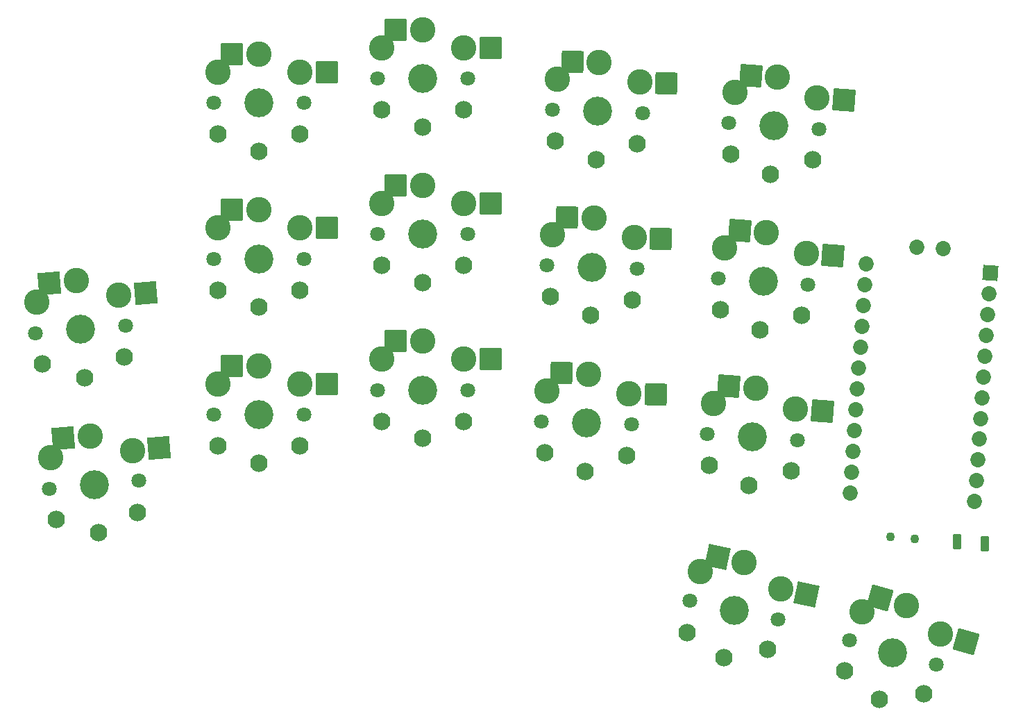
<source format=gbr>
%TF.GenerationSoftware,KiCad,Pcbnew,(6.0.2)*%
%TF.CreationDate,2022-03-13T23:04:35-07:00*%
%TF.ProjectId,polished,706f6c69-7368-4656-942e-6b696361645f,v1.0.0*%
%TF.SameCoordinates,Original*%
%TF.FileFunction,Soldermask,Bot*%
%TF.FilePolarity,Negative*%
%FSLAX46Y46*%
G04 Gerber Fmt 4.6, Leading zero omitted, Abs format (unit mm)*
G04 Created by KiCad (PCBNEW (6.0.2)) date 2022-03-13 23:04:35*
%MOMM*%
%LPD*%
G01*
G04 APERTURE LIST*
G04 Aperture macros list*
%AMRoundRect*
0 Rectangle with rounded corners*
0 $1 Rounding radius*
0 $2 $3 $4 $5 $6 $7 $8 $9 X,Y pos of 4 corners*
0 Add a 4 corners polygon primitive as box body*
4,1,4,$2,$3,$4,$5,$6,$7,$8,$9,$2,$3,0*
0 Add four circle primitives for the rounded corners*
1,1,$1+$1,$2,$3*
1,1,$1+$1,$4,$5*
1,1,$1+$1,$6,$7*
1,1,$1+$1,$8,$9*
0 Add four rect primitives between the rounded corners*
20,1,$1+$1,$2,$3,$4,$5,0*
20,1,$1+$1,$4,$5,$6,$7,0*
20,1,$1+$1,$6,$7,$8,$9,0*
20,1,$1+$1,$8,$9,$2,$3,0*%
G04 Aperture macros list end*
%ADD10C,1.100000*%
%ADD11C,1.852600*%
%ADD12C,3.529000*%
%ADD13C,1.801800*%
%ADD14C,2.132000*%
%ADD15C,3.100000*%
%ADD16RoundRect,0.050000X-1.300000X-1.300000X1.300000X-1.300000X1.300000X1.300000X-1.300000X1.300000X0*%
%ADD17RoundRect,0.050000X-0.450000X-0.850000X0.450000X-0.850000X0.450000X0.850000X-0.450000X0.850000X0*%
%ADD18RoundRect,0.050000X-1.607969X-0.891312X0.891312X-1.607969X1.607969X0.891312X-0.891312X1.607969X0*%
%ADD19RoundRect,0.050000X-1.344577X-1.253839X1.253839X-1.344577X1.344577X1.253839X-1.253839X1.344577X0*%
%ADD20RoundRect,0.050000X-0.813038X0.935293X-0.935293X-0.813038X0.813038X-0.935293X0.935293X0.813038X0*%
%ADD21RoundRect,0.050000X-1.181751X-1.408356X1.408356X-1.181751X1.181751X1.408356X-1.408356X1.181751X0*%
%ADD22RoundRect,0.050000X-1.541877X-1.001307X1.001307X-1.541877X1.541877X1.001307X-1.001307X1.541877X0*%
%ADD23RoundRect,0.050000X-1.387517X-1.206150X1.206150X-1.387517X1.387517X1.206150X-1.206150X1.387517X0*%
G04 APERTURE END LIST*
D10*
%TO.C,T1*%
X97125188Y-6377716D03*
X100117880Y-6586986D03*
%TD*%
D11*
%TO.C,*%
X103561872Y28758875D03*
X100329764Y28984885D03*
%TD*%
D12*
%TO.C,S22*%
X61408920Y45509647D03*
D13*
X55912270Y45701594D03*
X66905570Y45317700D03*
D14*
X66273256Y41537464D03*
X56279348Y41886459D03*
X61203013Y39613241D03*
X61203013Y39613241D03*
%TD*%
D13*
%TO.C,S30*%
X72675193Y-14175714D03*
X83434817Y-16462742D03*
D12*
X78055005Y-15319228D03*
D14*
X82155679Y-20075747D03*
X72374203Y-17996629D03*
X76828326Y-21090299D03*
X76828326Y-21090299D03*
%TD*%
D12*
%TO.C,S10*%
X20082739Y46532796D03*
D13*
X25582739Y46532796D03*
X14582739Y46532796D03*
D14*
X15082739Y42732796D03*
X25082739Y42732796D03*
X20082739Y40632796D03*
X20082739Y40632796D03*
%TD*%
D12*
%TO.C,S6*%
X20082739Y8532796D03*
D13*
X14582739Y8532796D03*
X25582739Y8532796D03*
D14*
X15082739Y4732796D03*
X25082739Y4732796D03*
X20082739Y2632796D03*
X20082739Y2632796D03*
%TD*%
D15*
%TO.C,S13*%
X40082739Y36482796D03*
D13*
X45582739Y30532796D03*
X34582739Y30532796D03*
D15*
X40082739Y36482796D03*
X35082739Y34282796D03*
X45082739Y34282796D03*
D12*
X40082739Y30532796D03*
D16*
X36807739Y36482796D03*
X48357739Y34282796D03*
%TD*%
D17*
%TO.C,*%
X105255335Y-6946231D03*
X108647053Y-7183403D03*
%TD*%
D13*
%TO.C,S31*%
X92123107Y-18939605D03*
D12*
X97410046Y-20455610D03*
D13*
X102696985Y-21971615D03*
D15*
X99050088Y-14736103D03*
X99050088Y-14736103D03*
X103249995Y-18229065D03*
X93637378Y-15472692D03*
D18*
X95901956Y-13833391D03*
X106398127Y-19131778D03*
%TD*%
D15*
%TO.C,S17*%
X55216658Y11455009D03*
X60290391Y13479171D03*
D12*
X60082739Y7532796D03*
D15*
X65210566Y11106014D03*
D13*
X54586089Y7724743D03*
D15*
X60290391Y13479171D03*
D13*
X65579389Y7340849D03*
D19*
X57017386Y13593467D03*
X68483571Y10991718D03*
%TD*%
D20*
%TO.C,MCU1*%
X109370772Y25816498D03*
D11*
X109193591Y23282686D03*
X109016409Y20748873D03*
X108839228Y18215060D03*
X108662046Y15681248D03*
X108484865Y13147435D03*
X108307683Y10613622D03*
X108130502Y8079810D03*
X107953320Y5545997D03*
X107776139Y3012184D03*
X107598958Y478372D03*
X107421776Y-2055441D03*
X94167896Y26879587D03*
X93990714Y24345774D03*
X93813533Y21811962D03*
X93636352Y19278149D03*
X93459170Y16744336D03*
X93281989Y14210524D03*
X93104807Y11676711D03*
X92927626Y9142898D03*
X92750444Y6609086D03*
X92573263Y4075273D03*
X92396081Y1541460D03*
X92218900Y-992352D03*
%TD*%
D13*
%TO.C,S20*%
X66242479Y26329275D03*
D12*
X60745829Y26521222D03*
D13*
X55249179Y26713169D03*
D14*
X55616257Y22898034D03*
X65610165Y22549039D03*
X60539922Y20624816D03*
X60539922Y20624816D03*
%TD*%
D13*
%TO.C,S3*%
X-7135030Y18448342D03*
D15*
X-2174536Y24855057D03*
X-6963767Y22227650D03*
D13*
X3823112Y19407056D03*
D15*
X-2174536Y24855057D03*
D12*
X-1655959Y18927699D03*
D15*
X2998180Y23099208D03*
D21*
X-5437073Y24569622D03*
X6260718Y23384643D03*
%TD*%
D15*
%TO.C,S1*%
X-518577Y5927358D03*
X4654139Y4171509D03*
D13*
X-5479071Y-479357D03*
X5479071Y479357D03*
D12*
X0Y0D03*
D15*
X-5307808Y3299951D03*
X-518577Y5927358D03*
D21*
X-3781114Y5641923D03*
X7916677Y4456944D03*
%TD*%
D15*
%TO.C,S21*%
X56542839Y49431860D03*
X66536747Y49082865D03*
X61616572Y51456022D03*
D13*
X66905570Y45317700D03*
D12*
X61408920Y45509647D03*
D15*
X61616572Y51456022D03*
D13*
X55912270Y45701594D03*
D19*
X58343567Y51570318D03*
X69809752Y48968569D03*
%TD*%
D12*
%TO.C,S16*%
X40082739Y49532796D03*
D13*
X34582739Y49532796D03*
X45582739Y49532796D03*
D14*
X45082739Y45732796D03*
X35082739Y45732796D03*
X40082739Y43632796D03*
X40082739Y43632796D03*
%TD*%
D12*
%TO.C,S18*%
X60082739Y7532796D03*
D13*
X54586089Y7724743D03*
X65579389Y7340849D03*
D14*
X64947075Y3560613D03*
X54953167Y3909608D03*
X59876832Y1636390D03*
X59876832Y1636390D03*
%TD*%
D12*
%TO.C,S19*%
X60745829Y26521222D03*
D13*
X66242479Y26329275D03*
D15*
X65873656Y30094440D03*
D13*
X55249179Y26713169D03*
D15*
X60953481Y32467597D03*
X55879748Y30443435D03*
X60953481Y32467597D03*
D19*
X57680476Y32581893D03*
X69146661Y29980144D03*
%TD*%
D15*
%TO.C,S29*%
X83725412Y-12690733D03*
X73943936Y-10611616D03*
D12*
X78055005Y-15319228D03*
D13*
X72675193Y-14175714D03*
D15*
X79292080Y-9499250D03*
X79292080Y-9499250D03*
D13*
X83434817Y-16462742D03*
D22*
X76088646Y-8818339D03*
X86928845Y-13371644D03*
%TD*%
D13*
%TO.C,S23*%
X74798902Y6210351D03*
D12*
X80285504Y5826690D03*
D15*
X80700555Y11762196D03*
X75559271Y9916338D03*
X80700555Y11762196D03*
D13*
X85772106Y5443029D03*
D15*
X85534911Y9218773D03*
D23*
X77433533Y11990649D03*
X88801933Y8990320D03*
%TD*%
D13*
%TO.C,S9*%
X14582739Y46532796D03*
X25582739Y46532796D03*
D15*
X15082739Y50282796D03*
X20082739Y52482796D03*
D12*
X20082739Y46532796D03*
D15*
X20082739Y52482796D03*
X25082739Y50282796D03*
D16*
X16807739Y52482796D03*
X28357739Y50282796D03*
%TD*%
D13*
%TO.C,S11*%
X45582739Y11532796D03*
D15*
X35082739Y15282796D03*
X40082739Y17482796D03*
D12*
X40082739Y11532796D03*
D15*
X45082739Y15282796D03*
D13*
X34582739Y11532796D03*
D15*
X40082739Y17482796D03*
D16*
X36807739Y17482796D03*
X48357739Y15282796D03*
%TD*%
D12*
%TO.C,S4*%
X-1655959Y18927699D03*
D13*
X-7135030Y18448342D03*
X3823112Y19407056D03*
D14*
X3656206Y15577938D03*
X-6305741Y14706380D03*
X-1141740Y13050150D03*
X-1141740Y13050150D03*
%TD*%
D15*
%TO.C,S27*%
X83351300Y49669630D03*
X83351300Y49669630D03*
D13*
X77449647Y44117785D03*
D15*
X78210016Y47823772D03*
X88185656Y47126207D03*
D12*
X82936249Y43734124D03*
D13*
X88422851Y43350463D03*
D23*
X80084278Y49898083D03*
X91452678Y46897754D03*
%TD*%
D13*
%TO.C,S12*%
X45582739Y11532796D03*
D12*
X40082739Y11532796D03*
D13*
X34582739Y11532796D03*
D14*
X35082739Y7732796D03*
X45082739Y7732796D03*
X40082739Y5632796D03*
X40082739Y5632796D03*
%TD*%
D13*
%TO.C,S5*%
X14582739Y8532796D03*
D12*
X20082739Y8532796D03*
D15*
X20082739Y14482796D03*
X15082739Y12282796D03*
D13*
X25582739Y8532796D03*
D15*
X25082739Y12282796D03*
X20082739Y14482796D03*
D16*
X16807739Y14482796D03*
X28357739Y12282796D03*
%TD*%
D13*
%TO.C,S2*%
X-5479071Y-479357D03*
D12*
X0Y0D03*
D13*
X5479071Y479357D03*
D14*
X5312165Y-3349761D03*
X-4649782Y-4221319D03*
X514219Y-5877549D03*
X514219Y-5877549D03*
%TD*%
D13*
%TO.C,S26*%
X87097479Y24396746D03*
D12*
X81610877Y24780407D03*
D13*
X76124275Y25164068D03*
D14*
X76357982Y21338446D03*
X86333623Y20640881D03*
X81199314Y18894779D03*
X81199314Y18894779D03*
%TD*%
D13*
%TO.C,S14*%
X34582739Y30532796D03*
D12*
X40082739Y30532796D03*
D13*
X45582739Y30532796D03*
D14*
X45082739Y26732796D03*
X35082739Y26732796D03*
X40082739Y24632796D03*
X40082739Y24632796D03*
%TD*%
D12*
%TO.C,S8*%
X20082739Y27532796D03*
D13*
X25582739Y27532796D03*
X14582739Y27532796D03*
D14*
X15082739Y23732796D03*
X25082739Y23732796D03*
X20082739Y21632796D03*
X20082739Y21632796D03*
%TD*%
D12*
%TO.C,S28*%
X82936249Y43734124D03*
D13*
X88422851Y43350463D03*
X77449647Y44117785D03*
D14*
X87658995Y39594598D03*
X77683354Y40292163D03*
X82524686Y37848496D03*
X82524686Y37848496D03*
%TD*%
D13*
%TO.C,S32*%
X102696985Y-21971615D03*
X92123107Y-18939605D03*
D12*
X97410046Y-20455610D03*
D14*
X101168933Y-25486591D03*
X91556317Y-22730218D03*
X95783786Y-26127054D03*
X95783786Y-26127054D03*
%TD*%
D12*
%TO.C,S7*%
X20082739Y27532796D03*
D15*
X15082739Y31282796D03*
X20082739Y33482796D03*
X20082739Y33482796D03*
D13*
X25582739Y27532796D03*
D15*
X25082739Y31282796D03*
D13*
X14582739Y27532796D03*
D16*
X16807739Y33482796D03*
X28357739Y31282796D03*
%TD*%
D15*
%TO.C,S25*%
X82025928Y30715913D03*
X86860284Y28172490D03*
D13*
X76124275Y25164068D03*
D15*
X76884644Y28870055D03*
D13*
X87097479Y24396746D03*
D12*
X81610877Y24780407D03*
D15*
X82025928Y30715913D03*
D23*
X78758906Y30944366D03*
X90127306Y27944037D03*
%TD*%
D12*
%TO.C,S24*%
X80285504Y5826690D03*
D13*
X74798902Y6210351D03*
X85772106Y5443029D03*
D14*
X75032609Y2384729D03*
X85008250Y1687164D03*
X79873941Y-58938D03*
X79873941Y-58938D03*
%TD*%
D15*
%TO.C,S15*%
X45082739Y53282796D03*
D13*
X34582739Y49532796D03*
D15*
X40082739Y55482796D03*
D13*
X45582739Y49532796D03*
D15*
X40082739Y55482796D03*
D12*
X40082739Y49532796D03*
D15*
X35082739Y53282796D03*
D16*
X36807739Y55482796D03*
X48357739Y53282796D03*
%TD*%
M02*

</source>
